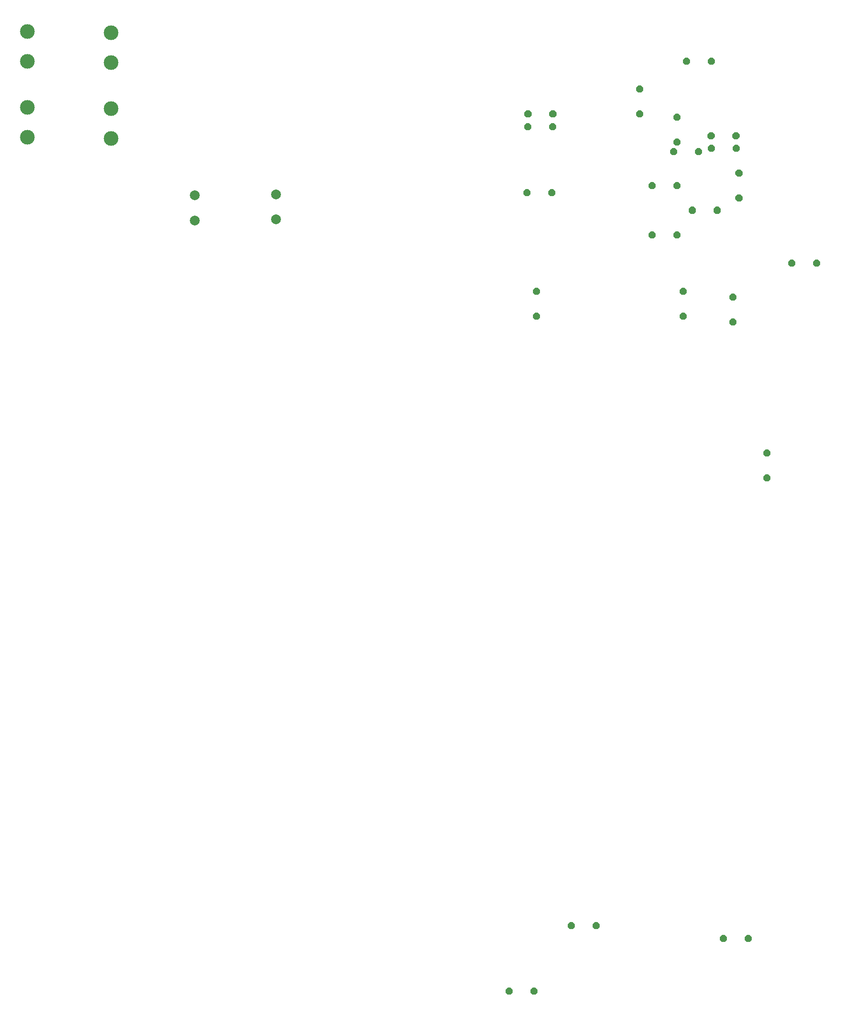
<source format=gbr>
%FSLAX34Y34*%
%MOMM*%
%LNCOPPER_TOP*%
G71*
G01*
%ADD10C,3.000*%
%ADD11C,2.000*%
%LPD*%
X338100Y-138640D02*
G54D10*
D03*
X338100Y-199640D02*
G54D10*
D03*
X338100Y-293640D02*
G54D10*
D03*
X338100Y-354640D02*
G54D10*
D03*
X167266Y-136616D02*
G54D10*
D03*
X167266Y-197616D02*
G54D10*
D03*
X167266Y-291615D02*
G54D10*
D03*
X167266Y-352615D02*
G54D10*
D03*
X675449Y-520132D02*
G54D11*
D03*
X675449Y-469132D02*
G54D11*
D03*
X509020Y-471113D02*
G54D11*
D03*
X509020Y-522113D02*
G54D11*
D03*
G36*
X1247875Y-307688D02*
X1243634Y-311929D01*
X1237616Y-311929D01*
X1233375Y-307688D01*
X1233375Y-301670D01*
X1237616Y-297429D01*
X1243634Y-297429D01*
X1247875Y-301670D01*
X1247875Y-307688D01*
G37*
G36*
X1197075Y-307688D02*
X1192834Y-311929D01*
X1186816Y-311929D01*
X1182575Y-307688D01*
X1182575Y-301670D01*
X1186816Y-297429D01*
X1192834Y-297429D01*
X1197075Y-301670D01*
X1197075Y-307688D01*
G37*
G36*
X1247664Y-333738D02*
X1243423Y-337979D01*
X1237405Y-337979D01*
X1233164Y-333738D01*
X1233164Y-327720D01*
X1237405Y-323479D01*
X1243423Y-323479D01*
X1247664Y-327720D01*
X1247664Y-333738D01*
G37*
G36*
X1196864Y-333738D02*
X1192623Y-337979D01*
X1186605Y-337979D01*
X1182364Y-333738D01*
X1182364Y-327720D01*
X1186605Y-323479D01*
X1192623Y-323479D01*
X1196864Y-327720D01*
X1196864Y-333738D01*
G37*
G36*
X1246090Y-468089D02*
X1241849Y-472330D01*
X1235831Y-472330D01*
X1231590Y-468089D01*
X1231590Y-462071D01*
X1235831Y-457830D01*
X1241849Y-457830D01*
X1246090Y-462071D01*
X1246090Y-468089D01*
G37*
G36*
X1195290Y-468089D02*
X1191049Y-472330D01*
X1185031Y-472330D01*
X1180790Y-468089D01*
X1180790Y-462071D01*
X1185031Y-457830D01*
X1191049Y-457830D01*
X1195290Y-462071D01*
X1195290Y-468089D01*
G37*
G36*
X1571601Y-199782D02*
X1567360Y-204023D01*
X1561342Y-204023D01*
X1557101Y-199782D01*
X1557101Y-193764D01*
X1561342Y-189523D01*
X1567360Y-189523D01*
X1571601Y-193764D01*
X1571601Y-199782D01*
G37*
G36*
X1520801Y-199782D02*
X1516560Y-204023D01*
X1510542Y-204023D01*
X1506301Y-199782D01*
X1506301Y-193764D01*
X1510542Y-189523D01*
X1516560Y-189523D01*
X1520801Y-193764D01*
X1520801Y-199782D01*
G37*
G36*
X1491080Y-369127D02*
X1486839Y-364886D01*
X1486839Y-358868D01*
X1491080Y-354627D01*
X1497098Y-354627D01*
X1501339Y-358868D01*
X1501339Y-364886D01*
X1497098Y-369127D01*
X1491080Y-369127D01*
G37*
G36*
X1491080Y-318327D02*
X1486839Y-314086D01*
X1486839Y-308068D01*
X1491080Y-303827D01*
X1497098Y-303827D01*
X1501339Y-308068D01*
X1501339Y-314086D01*
X1497098Y-318327D01*
X1491080Y-318327D01*
G37*
G36*
X1414895Y-311818D02*
X1410654Y-307576D01*
X1410654Y-301558D01*
X1414895Y-297318D01*
X1420913Y-297318D01*
X1425154Y-301558D01*
X1425154Y-307576D01*
X1420913Y-311818D01*
X1414895Y-311818D01*
G37*
G36*
X1414895Y-261018D02*
X1410654Y-256776D01*
X1410654Y-250758D01*
X1414895Y-246518D01*
X1420913Y-246518D01*
X1425154Y-250758D01*
X1425154Y-256776D01*
X1420913Y-261018D01*
X1414895Y-261018D01*
G37*
G36*
X1556886Y-371525D02*
X1561127Y-367284D01*
X1567145Y-367284D01*
X1571386Y-371525D01*
X1571386Y-377543D01*
X1567145Y-381784D01*
X1561127Y-381784D01*
X1556886Y-377543D01*
X1556886Y-371525D01*
G37*
G36*
X1607686Y-371525D02*
X1611927Y-367284D01*
X1617945Y-367284D01*
X1622186Y-371525D01*
X1622186Y-377543D01*
X1617945Y-381784D01*
X1611927Y-381784D01*
X1607686Y-377543D01*
X1607686Y-371525D01*
G37*
G36*
X1556727Y-346327D02*
X1560968Y-342086D01*
X1566986Y-342086D01*
X1571227Y-346327D01*
X1571227Y-352345D01*
X1566986Y-356586D01*
X1560968Y-356586D01*
X1556727Y-352345D01*
X1556727Y-346327D01*
G37*
G36*
X1607527Y-346327D02*
X1611768Y-342086D01*
X1617786Y-342086D01*
X1622027Y-346327D01*
X1622027Y-352345D01*
X1617786Y-356586D01*
X1611768Y-356586D01*
X1607527Y-352345D01*
X1607527Y-346327D01*
G37*
G36*
X1480341Y-378181D02*
X1484582Y-373940D01*
X1490600Y-373940D01*
X1494841Y-378181D01*
X1494841Y-384199D01*
X1490600Y-388440D01*
X1484582Y-388440D01*
X1480341Y-384199D01*
X1480341Y-378181D01*
G37*
G36*
X1531140Y-378181D02*
X1535381Y-373940D01*
X1541399Y-373940D01*
X1545640Y-378181D01*
X1545640Y-384199D01*
X1541399Y-388440D01*
X1535381Y-388440D01*
X1531140Y-384199D01*
X1531140Y-378181D01*
G37*
G36*
X1518534Y-498308D02*
X1522775Y-494067D01*
X1528793Y-494067D01*
X1533034Y-498308D01*
X1533034Y-504326D01*
X1528793Y-508567D01*
X1522775Y-508567D01*
X1518534Y-504326D01*
X1518534Y-498308D01*
G37*
G36*
X1569334Y-498308D02*
X1573575Y-494067D01*
X1579593Y-494067D01*
X1583834Y-498308D01*
X1583834Y-504326D01*
X1579593Y-508567D01*
X1573575Y-508567D01*
X1569334Y-504326D01*
X1569334Y-498308D01*
G37*
G36*
X1623809Y-418178D02*
X1628050Y-422419D01*
X1628050Y-428437D01*
X1623809Y-432678D01*
X1617791Y-432678D01*
X1613550Y-428437D01*
X1613550Y-422419D01*
X1617791Y-418178D01*
X1623809Y-418178D01*
G37*
G36*
X1623809Y-468978D02*
X1628050Y-473219D01*
X1628050Y-479237D01*
X1623809Y-483478D01*
X1617791Y-483478D01*
X1613550Y-479237D01*
X1613550Y-473219D01*
X1617791Y-468978D01*
X1623809Y-468978D01*
G37*
G36*
X1436266Y-447771D02*
X1440507Y-443530D01*
X1446525Y-443530D01*
X1450766Y-447771D01*
X1450766Y-453789D01*
X1446525Y-458030D01*
X1440507Y-458030D01*
X1436266Y-453789D01*
X1436266Y-447771D01*
G37*
G36*
X1487066Y-447771D02*
X1491307Y-443530D01*
X1497325Y-443530D01*
X1501566Y-447771D01*
X1501566Y-453789D01*
X1497325Y-458030D01*
X1491307Y-458030D01*
X1487066Y-453789D01*
X1487066Y-447771D01*
G37*
G36*
X1435918Y-548816D02*
X1440158Y-544575D01*
X1446176Y-544575D01*
X1450418Y-548816D01*
X1450418Y-554834D01*
X1446176Y-559075D01*
X1440158Y-559075D01*
X1435918Y-554834D01*
X1435918Y-548816D01*
G37*
G36*
X1486717Y-548816D02*
X1490958Y-544575D01*
X1496976Y-544575D01*
X1501217Y-548816D01*
X1501217Y-554834D01*
X1496976Y-559075D01*
X1490958Y-559075D01*
X1486717Y-554834D01*
X1486717Y-548816D01*
G37*
G36*
X1509751Y-659684D02*
X1513992Y-663925D01*
X1513992Y-669943D01*
X1509751Y-674184D01*
X1503733Y-674184D01*
X1499492Y-669943D01*
X1499492Y-663925D01*
X1503733Y-659684D01*
X1509751Y-659684D01*
G37*
G36*
X1509751Y-710484D02*
X1513992Y-714725D01*
X1513992Y-720743D01*
X1509751Y-724984D01*
X1503733Y-724984D01*
X1499492Y-720743D01*
X1499492Y-714725D01*
X1503733Y-710484D01*
X1509751Y-710484D01*
G37*
G36*
X1611680Y-671672D02*
X1615921Y-675914D01*
X1615921Y-681932D01*
X1611680Y-686172D01*
X1605662Y-686172D01*
X1601421Y-681932D01*
X1601421Y-675914D01*
X1605662Y-671672D01*
X1611680Y-671672D01*
G37*
G36*
X1611680Y-722472D02*
X1615921Y-726714D01*
X1615921Y-732732D01*
X1611680Y-736972D01*
X1605662Y-736972D01*
X1601421Y-732732D01*
X1601421Y-726714D01*
X1605662Y-722472D01*
X1611680Y-722472D01*
G37*
G36*
X1721514Y-605962D02*
X1725754Y-601721D01*
X1731772Y-601721D01*
X1736014Y-605962D01*
X1736014Y-611980D01*
X1731772Y-616221D01*
X1725754Y-616221D01*
X1721514Y-611980D01*
X1721514Y-605962D01*
G37*
G36*
X1772313Y-605962D02*
X1776554Y-601721D01*
X1782572Y-601721D01*
X1786813Y-605962D01*
X1786813Y-611980D01*
X1782572Y-616221D01*
X1776554Y-616221D01*
X1772313Y-611980D01*
X1772313Y-605962D01*
G37*
G36*
X1210108Y-659852D02*
X1214349Y-664093D01*
X1214349Y-670111D01*
X1210108Y-674352D01*
X1204090Y-674352D01*
X1199849Y-670111D01*
X1199849Y-664093D01*
X1204090Y-659852D01*
X1210108Y-659852D01*
G37*
G36*
X1210108Y-710652D02*
X1214349Y-714892D01*
X1214349Y-720910D01*
X1210108Y-725152D01*
X1204090Y-725152D01*
X1199849Y-720910D01*
X1199849Y-714892D01*
X1204090Y-710652D01*
X1210108Y-710652D01*
G37*
G36*
X1681094Y-989504D02*
X1685335Y-993745D01*
X1685335Y-999763D01*
X1681094Y-1004004D01*
X1675076Y-1004004D01*
X1670835Y-999763D01*
X1670835Y-993745D01*
X1675076Y-989504D01*
X1681094Y-989504D01*
G37*
G36*
X1681094Y-1040304D02*
X1685335Y-1044545D01*
X1685335Y-1050563D01*
X1681094Y-1054804D01*
X1675076Y-1054804D01*
X1670835Y-1050563D01*
X1670835Y-1044545D01*
X1675076Y-1040304D01*
X1681094Y-1040304D01*
G37*
G36*
X1647227Y-1991536D02*
X1642986Y-1995777D01*
X1636968Y-1995777D01*
X1632727Y-1991536D01*
X1632727Y-1985518D01*
X1636968Y-1981277D01*
X1642986Y-1981277D01*
X1647227Y-1985518D01*
X1647227Y-1991536D01*
G37*
G36*
X1596428Y-1991536D02*
X1592187Y-1995776D01*
X1586169Y-1995776D01*
X1581928Y-1991536D01*
X1581928Y-1985518D01*
X1586169Y-1981276D01*
X1592187Y-1981276D01*
X1596428Y-1985518D01*
X1596428Y-1991536D01*
G37*
G36*
X1336587Y-1965374D02*
X1332346Y-1969615D01*
X1326328Y-1969615D01*
X1322087Y-1965374D01*
X1322087Y-1959356D01*
X1326328Y-1955115D01*
X1332346Y-1955115D01*
X1336587Y-1959356D01*
X1336587Y-1965374D01*
G37*
G36*
X1285787Y-1965374D02*
X1281546Y-1969615D01*
X1275528Y-1969615D01*
X1271287Y-1965374D01*
X1271287Y-1959356D01*
X1275528Y-1955115D01*
X1281546Y-1955115D01*
X1285787Y-1959356D01*
X1285787Y-1965374D01*
G37*
G36*
X1209573Y-2099311D02*
X1205332Y-2103552D01*
X1199314Y-2103552D01*
X1195073Y-2099311D01*
X1195073Y-2093293D01*
X1199314Y-2089052D01*
X1205332Y-2089052D01*
X1209573Y-2093293D01*
X1209573Y-2099311D01*
G37*
G36*
X1158774Y-2099310D02*
X1154533Y-2103552D01*
X1148515Y-2103552D01*
X1144274Y-2099310D01*
X1144274Y-2093292D01*
X1148515Y-2089052D01*
X1154533Y-2089052D01*
X1158774Y-2093292D01*
X1158774Y-2099310D01*
G37*
M02*

</source>
